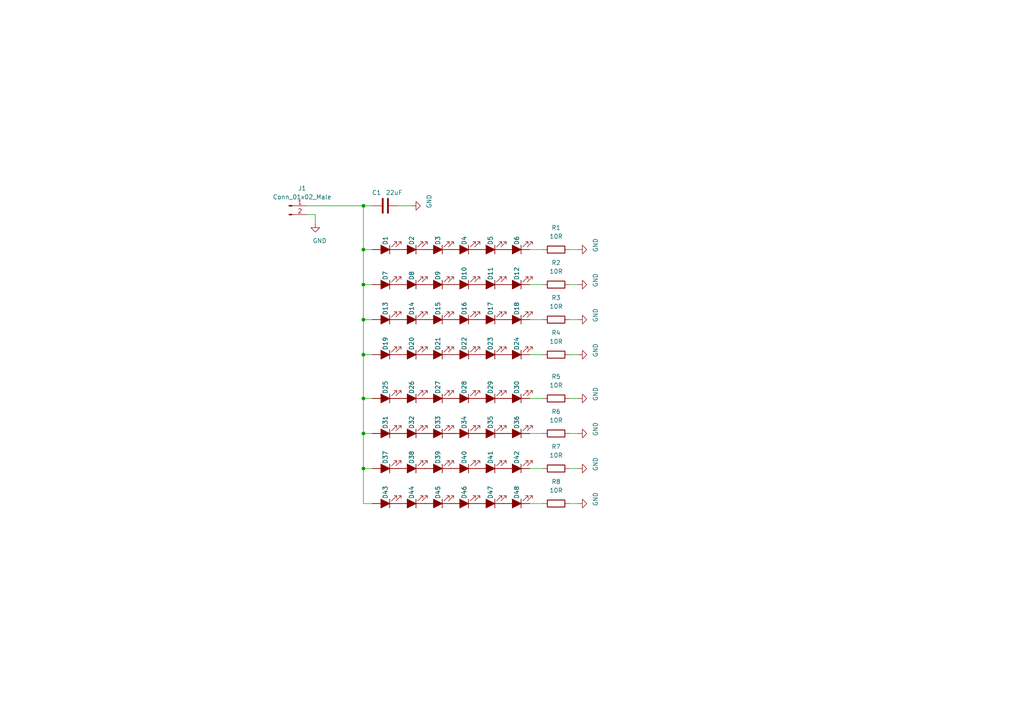
<source format=kicad_sch>
(kicad_sch (version 20201015) (generator eeschema)
  (paper "A4")
  (title_block (title "Led Panel") (date "2020-12-18") (rev "r1.0") (company "GsD - @gregdavill"))
  (lib_symbols
    (symbol "Connector:Conn_01x02_Male" (pin_names (offset 1.016) hide)
      (property "Reference" "J" (at 0 2.54 0))
      (property "Value" "Conn_01x02_Male" (at 0 -5.08 0))
      (symbol "Conn_01x02_Male_1_1"
        (pin passive line (at 5.08 0 180) (length 3.81) (name "Pin_1") (number "1"))
        (pin passive line (at 5.08 -2.54 180) (length 3.81) (name "Pin_2") (number "2"))
      )
    )
    (symbol "Device:C" (pin_numbers hide) (pin_names (offset 0.254))
      (property "Reference" "C" (at 0.635 2.54 0))
      (property "Value" "C" (at 0.635 -2.54 0))
      (symbol "C_1_1"
        (pin passive line (at 0 3.81 270) (length 2.794) (name "~") (number "1"))
        (pin passive line (at 0 -3.81 90) (length 2.794) (name "~") (number "2"))
      )
    )
    (symbol "Device:LED_ALT" (pin_numbers hide) (pin_names (offset 1.016) hide)
      (property "Reference" "D" (at 0 2.54 0))
      (property "Value" "LED_ALT" (at 0 -2.54 0))
      (symbol "LED_ALT_1_1"
        (pin passive line (at -3.81 0 0) (length 2.54) (name "K") (number "1"))
        (pin passive line (at 3.81 0 180) (length 2.54) (name "A") (number "2"))
      )
    )
    (symbol "Device:LED_ALT_1" (pin_numbers hide) (pin_names (offset 1.016) hide)
      (property "Reference" "D" (at 0 2.54 0))
      (property "Value" "LED_ALT" (at 0 -2.54 0))
      (symbol "LED_ALT_1_1_1"
        (pin passive line (at -3.81 0 0) (length 2.54) (name "K") (number "1"))
        (pin passive line (at 3.81 0 180) (length 2.54) (name "A") (number "2"))
      )
    )
    (symbol "Device:LED_ALT_10" (pin_numbers hide) (pin_names (offset 1.016) hide)
      (property "Reference" "D" (at 0 2.54 0))
      (property "Value" "LED_ALT" (at 0 -2.54 0))
      (symbol "LED_ALT_10_1_1"
        (pin passive line (at -3.81 0 0) (length 2.54) (name "K") (number "1"))
        (pin passive line (at 3.81 0 180) (length 2.54) (name "A") (number "2"))
      )
    )
    (symbol "Device:LED_ALT_11" (pin_numbers hide) (pin_names (offset 1.016) hide)
      (property "Reference" "D" (at 0 2.54 0))
      (property "Value" "LED_ALT" (at 0 -2.54 0))
      (symbol "LED_ALT_11_1_1"
        (pin passive line (at -3.81 0 0) (length 2.54) (name "K") (number "1"))
        (pin passive line (at 3.81 0 180) (length 2.54) (name "A") (number "2"))
      )
    )
    (symbol "Device:LED_ALT_12" (pin_numbers hide) (pin_names (offset 1.016) hide)
      (property "Reference" "D" (at 0 2.54 0))
      (property "Value" "LED_ALT" (at 0 -2.54 0))
      (symbol "LED_ALT_12_1_1"
        (pin passive line (at -3.81 0 0) (length 2.54) (name "K") (number "1"))
        (pin passive line (at 3.81 0 180) (length 2.54) (name "A") (number "2"))
      )
    )
    (symbol "Device:LED_ALT_13" (pin_numbers hide) (pin_names (offset 1.016) hide)
      (property "Reference" "D" (at 0 2.54 0))
      (property "Value" "LED_ALT" (at 0 -2.54 0))
      (symbol "LED_ALT_13_1_1"
        (pin passive line (at -3.81 0 0) (length 2.54) (name "K") (number "1"))
        (pin passive line (at 3.81 0 180) (length 2.54) (name "A") (number "2"))
      )
    )
    (symbol "Device:LED_ALT_14" (pin_numbers hide) (pin_names (offset 1.016) hide)
      (property "Reference" "D" (at 0 2.54 0))
      (property "Value" "LED_ALT" (at 0 -2.54 0))
      (symbol "LED_ALT_14_1_1"
        (pin passive line (at -3.81 0 0) (length 2.54) (name "K") (number "1"))
        (pin passive line (at 3.81 0 180) (length 2.54) (name "A") (number "2"))
      )
    )
    (symbol "Device:LED_ALT_15" (pin_numbers hide) (pin_names (offset 1.016) hide)
      (property "Reference" "D" (at 0 2.54 0))
      (property "Value" "LED_ALT" (at 0 -2.54 0))
      (symbol "LED_ALT_15_1_1"
        (pin passive line (at -3.81 0 0) (length 2.54) (name "K") (number "1"))
        (pin passive line (at 3.81 0 180) (length 2.54) (name "A") (number "2"))
      )
    )
    (symbol "Device:LED_ALT_16" (pin_numbers hide) (pin_names (offset 1.016) hide)
      (property "Reference" "D" (at 0 2.54 0))
      (property "Value" "LED_ALT" (at 0 -2.54 0))
      (symbol "LED_ALT_16_1_1"
        (pin passive line (at -3.81 0 0) (length 2.54) (name "K") (number "1"))
        (pin passive line (at 3.81 0 180) (length 2.54) (name "A") (number "2"))
      )
    )
    (symbol "Device:LED_ALT_17" (pin_numbers hide) (pin_names (offset 1.016) hide)
      (property "Reference" "D" (at 0 2.54 0))
      (property "Value" "LED_ALT" (at 0 -2.54 0))
      (symbol "LED_ALT_17_1_1"
        (pin passive line (at -3.81 0 0) (length 2.54) (name "K") (number "1"))
        (pin passive line (at 3.81 0 180) (length 2.54) (name "A") (number "2"))
      )
    )
    (symbol "Device:LED_ALT_18" (pin_numbers hide) (pin_names (offset 1.016) hide)
      (property "Reference" "D" (at 0 2.54 0))
      (property "Value" "LED_ALT" (at 0 -2.54 0))
      (symbol "LED_ALT_18_1_1"
        (pin passive line (at -3.81 0 0) (length 2.54) (name "K") (number "1"))
        (pin passive line (at 3.81 0 180) (length 2.54) (name "A") (number "2"))
      )
    )
    (symbol "Device:LED_ALT_19" (pin_numbers hide) (pin_names (offset 1.016) hide)
      (property "Reference" "D" (at 0 2.54 0))
      (property "Value" "LED_ALT" (at 0 -2.54 0))
      (symbol "LED_ALT_19_1_1"
        (pin passive line (at -3.81 0 0) (length 2.54) (name "K") (number "1"))
        (pin passive line (at 3.81 0 180) (length 2.54) (name "A") (number "2"))
      )
    )
    (symbol "Device:LED_ALT_2" (pin_numbers hide) (pin_names (offset 1.016) hide)
      (property "Reference" "D" (at 0 2.54 0))
      (property "Value" "LED_ALT" (at 0 -2.54 0))
      (symbol "LED_ALT_2_1_1"
        (pin passive line (at -3.81 0 0) (length 2.54) (name "K") (number "1"))
        (pin passive line (at 3.81 0 180) (length 2.54) (name "A") (number "2"))
      )
    )
    (symbol "Device:LED_ALT_20" (pin_numbers hide) (pin_names (offset 1.016) hide)
      (property "Reference" "D" (at 0 2.54 0))
      (property "Value" "LED_ALT" (at 0 -2.54 0))
      (symbol "LED_ALT_20_1_1"
        (pin passive line (at -3.81 0 0) (length 2.54) (name "K") (number "1"))
        (pin passive line (at 3.81 0 180) (length 2.54) (name "A") (number "2"))
      )
    )
    (symbol "Device:LED_ALT_21" (pin_numbers hide) (pin_names (offset 1.016) hide)
      (property "Reference" "D" (at 0 2.54 0))
      (property "Value" "LED_ALT" (at 0 -2.54 0))
      (symbol "LED_ALT_21_1_1"
        (pin passive line (at -3.81 0 0) (length 2.54) (name "K") (number "1"))
        (pin passive line (at 3.81 0 180) (length 2.54) (name "A") (number "2"))
      )
    )
    (symbol "Device:LED_ALT_22" (pin_numbers hide) (pin_names (offset 1.016) hide)
      (property "Reference" "D" (at 0 2.54 0))
      (property "Value" "LED_ALT" (at 0 -2.54 0))
      (symbol "LED_ALT_22_1_1"
        (pin passive line (at -3.81 0 0) (length 2.54) (name "K") (number "1"))
        (pin passive line (at 3.81 0 180) (length 2.54) (name "A") (number "2"))
      )
    )
    (symbol "Device:LED_ALT_23" (pin_numbers hide) (pin_names (offset 1.016) hide)
      (property "Reference" "D" (at 0 2.54 0))
      (property "Value" "LED_ALT" (at 0 -2.54 0))
      (symbol "LED_ALT_23_1_1"
        (pin passive line (at -3.81 0 0) (length 2.54) (name "K") (number "1"))
        (pin passive line (at 3.81 0 180) (length 2.54) (name "A") (number "2"))
      )
    )
    (symbol "Device:LED_ALT_24" (pin_numbers hide) (pin_names (offset 1.016) hide)
      (property "Reference" "D" (at 0 2.54 0))
      (property "Value" "LED_ALT" (at 0 -2.54 0))
      (symbol "LED_ALT_24_1_1"
        (pin passive line (at -3.81 0 0) (length 2.54) (name "K") (number "1"))
        (pin passive line (at 3.81 0 180) (length 2.54) (name "A") (number "2"))
      )
    )
    (symbol "Device:LED_ALT_25" (pin_numbers hide) (pin_names (offset 1.016) hide)
      (property "Reference" "D" (at 0 2.54 0))
      (property "Value" "LED_ALT" (at 0 -2.54 0))
      (symbol "LED_ALT_25_1_1"
        (pin passive line (at -3.81 0 0) (length 2.54) (name "K") (number "1"))
        (pin passive line (at 3.81 0 180) (length 2.54) (name "A") (number "2"))
      )
    )
    (symbol "Device:LED_ALT_26" (pin_numbers hide) (pin_names (offset 1.016) hide)
      (property "Reference" "D" (at 0 2.54 0))
      (property "Value" "LED_ALT" (at 0 -2.54 0))
      (symbol "LED_ALT_26_1_1"
        (pin passive line (at -3.81 0 0) (length 2.54) (name "K") (number "1"))
        (pin passive line (at 3.81 0 180) (length 2.54) (name "A") (number "2"))
      )
    )
    (symbol "Device:LED_ALT_27" (pin_numbers hide) (pin_names (offset 1.016) hide)
      (property "Reference" "D" (at 0 2.54 0))
      (property "Value" "LED_ALT" (at 0 -2.54 0))
      (symbol "LED_ALT_27_1_1"
        (pin passive line (at -3.81 0 0) (length 2.54) (name "K") (number "1"))
        (pin passive line (at 3.81 0 180) (length 2.54) (name "A") (number "2"))
      )
    )
    (symbol "Device:LED_ALT_28" (pin_numbers hide) (pin_names (offset 1.016) hide)
      (property "Reference" "D" (at 0 2.54 0))
      (property "Value" "LED_ALT" (at 0 -2.54 0))
      (symbol "LED_ALT_28_1_1"
        (pin passive line (at -3.81 0 0) (length 2.54) (name "K") (number "1"))
        (pin passive line (at 3.81 0 180) (length 2.54) (name "A") (number "2"))
      )
    )
    (symbol "Device:LED_ALT_29" (pin_numbers hide) (pin_names (offset 1.016) hide)
      (property "Reference" "D" (at 0 2.54 0))
      (property "Value" "LED_ALT" (at 0 -2.54 0))
      (symbol "LED_ALT_29_1_1"
        (pin passive line (at -3.81 0 0) (length 2.54) (name "K") (number "1"))
        (pin passive line (at 3.81 0 180) (length 2.54) (name "A") (number "2"))
      )
    )
    (symbol "Device:LED_ALT_3" (pin_numbers hide) (pin_names (offset 1.016) hide)
      (property "Reference" "D" (at 0 2.54 0))
      (property "Value" "LED_ALT" (at 0 -2.54 0))
      (symbol "LED_ALT_3_1_1"
        (pin passive line (at -3.81 0 0) (length 2.54) (name "K") (number "1"))
        (pin passive line (at 3.81 0 180) (length 2.54) (name "A") (number "2"))
      )
    )
    (symbol "Device:LED_ALT_30" (pin_numbers hide) (pin_names (offset 1.016) hide)
      (property "Reference" "D" (at 0 2.54 0))
      (property "Value" "LED_ALT" (at 0 -2.54 0))
      (symbol "LED_ALT_30_1_1"
        (pin passive line (at -3.81 0 0) (length 2.54) (name "K") (number "1"))
        (pin passive line (at 3.81 0 180) (length 2.54) (name "A") (number "2"))
      )
    )
    (symbol "Device:LED_ALT_31" (pin_numbers hide) (pin_names (offset 1.016) hide)
      (property "Reference" "D" (at 0 2.54 0))
      (property "Value" "LED_ALT" (at 0 -2.54 0))
      (symbol "LED_ALT_31_1_1"
        (pin passive line (at -3.81 0 0) (length 2.54) (name "K") (number "1"))
        (pin passive line (at 3.81 0 180) (length 2.54) (name "A") (number "2"))
      )
    )
    (symbol "Device:LED_ALT_32" (pin_numbers hide) (pin_names (offset 1.016) hide)
      (property "Reference" "D" (at 0 2.54 0))
      (property "Value" "LED_ALT" (at 0 -2.54 0))
      (symbol "LED_ALT_32_1_1"
        (pin passive line (at -3.81 0 0) (length 2.54) (name "K") (number "1"))
        (pin passive line (at 3.81 0 180) (length 2.54) (name "A") (number "2"))
      )
    )
    (symbol "Device:LED_ALT_33" (pin_numbers hide) (pin_names (offset 1.016) hide)
      (property "Reference" "D" (at 0 2.54 0))
      (property "Value" "LED_ALT" (at 0 -2.54 0))
      (symbol "LED_ALT_33_1_1"
        (pin passive line (at -3.81 0 0) (length 2.54) (name "K") (number "1"))
        (pin passive line (at 3.81 0 180) (length 2.54) (name "A") (number "2"))
      )
    )
    (symbol "Device:LED_ALT_34" (pin_numbers hide) (pin_names (offset 1.016) hide)
      (property "Reference" "D" (at 0 2.54 0))
      (property "Value" "LED_ALT" (at 0 -2.54 0))
      (symbol "LED_ALT_34_1_1"
        (pin passive line (at -3.81 0 0) (length 2.54) (name "K") (number "1"))
        (pin passive line (at 3.81 0 180) (length 2.54) (name "A") (number "2"))
      )
    )
    (symbol "Device:LED_ALT_35" (pin_numbers hide) (pin_names (offset 1.016) hide)
      (property "Reference" "D" (at 0 2.54 0))
      (property "Value" "LED_ALT" (at 0 -2.54 0))
      (symbol "LED_ALT_35_1_1"
        (pin passive line (at -3.81 0 0) (length 2.54) (name "K") (number "1"))
        (pin passive line (at 3.81 0 180) (length 2.54) (name "A") (number "2"))
      )
    )
    (symbol "Device:LED_ALT_36" (pin_numbers hide) (pin_names (offset 1.016) hide)
      (property "Reference" "D" (at 0 2.54 0))
      (property "Value" "LED_ALT" (at 0 -2.54 0))
      (symbol "LED_ALT_36_1_1"
        (pin passive line (at -3.81 0 0) (length 2.54) (name "K") (number "1"))
        (pin passive line (at 3.81 0 180) (length 2.54) (name "A") (number "2"))
      )
    )
    (symbol "Device:LED_ALT_37" (pin_numbers hide) (pin_names (offset 1.016) hide)
      (property "Reference" "D" (at 0 2.54 0))
      (property "Value" "LED_ALT" (at 0 -2.54 0))
      (symbol "LED_ALT_37_1_1"
        (pin passive line (at -3.81 0 0) (length 2.54) (name "K") (number "1"))
        (pin passive line (at 3.81 0 180) (length 2.54) (name "A") (number "2"))
      )
    )
    (symbol "Device:LED_ALT_38" (pin_numbers hide) (pin_names (offset 1.016) hide)
      (property "Reference" "D" (at 0 2.54 0))
      (property "Value" "LED_ALT" (at 0 -2.54 0))
      (symbol "LED_ALT_38_1_1"
        (pin passive line (at -3.81 0 0) (length 2.54) (name "K") (number "1"))
        (pin passive line (at 3.81 0 180) (length 2.54) (name "A") (number "2"))
      )
    )
    (symbol "Device:LED_ALT_39" (pin_numbers hide) (pin_names (offset 1.016) hide)
      (property "Reference" "D" (at 0 2.54 0))
      (property "Value" "LED_ALT" (at 0 -2.54 0))
      (symbol "LED_ALT_39_1_1"
        (pin passive line (at -3.81 0 0) (length 2.54) (name "K") (number "1"))
        (pin passive line (at 3.81 0 180) (length 2.54) (name "A") (number "2"))
      )
    )
    (symbol "Device:LED_ALT_4" (pin_numbers hide) (pin_names (offset 1.016) hide)
      (property "Reference" "D" (at 0 2.54 0))
      (property "Value" "LED_ALT" (at 0 -2.54 0))
      (symbol "LED_ALT_4_1_1"
        (pin passive line (at -3.81 0 0) (length 2.54) (name "K") (number "1"))
        (pin passive line (at 3.81 0 180) (length 2.54) (name "A") (number "2"))
      )
    )
    (symbol "Device:LED_ALT_40" (pin_numbers hide) (pin_names (offset 1.016) hide)
      (property "Reference" "D" (at 0 2.54 0))
      (property "Value" "LED_ALT" (at 0 -2.54 0))
      (symbol "LED_ALT_40_1_1"
        (pin passive line (at -3.81 0 0) (length 2.54) (name "K") (number "1"))
        (pin passive line (at 3.81 0 180) (length 2.54) (name "A") (number "2"))
      )
    )
    (symbol "Device:LED_ALT_41" (pin_numbers hide) (pin_names (offset 1.016) hide)
      (property "Reference" "D" (at 0 2.54 0))
      (property "Value" "LED_ALT" (at 0 -2.54 0))
      (symbol "LED_ALT_41_1_1"
        (pin passive line (at -3.81 0 0) (length 2.54) (name "K") (number "1"))
        (pin passive line (at 3.81 0 180) (length 2.54) (name "A") (number "2"))
      )
    )
    (symbol "Device:LED_ALT_42" (pin_numbers hide) (pin_names (offset 1.016) hide)
      (property "Reference" "D" (at 0 2.54 0))
      (property "Value" "LED_ALT" (at 0 -2.54 0))
      (symbol "LED_ALT_42_1_1"
        (pin passive line (at -3.81 0 0) (length 2.54) (name "K") (number "1"))
        (pin passive line (at 3.81 0 180) (length 2.54) (name "A") (number "2"))
      )
    )
    (symbol "Device:LED_ALT_43" (pin_numbers hide) (pin_names (offset 1.016) hide)
      (property "Reference" "D" (at 0 2.54 0))
      (property "Value" "LED_ALT" (at 0 -2.54 0))
      (symbol "LED_ALT_43_1_1"
        (pin passive line (at -3.81 0 0) (length 2.54) (name "K") (number "1"))
        (pin passive line (at 3.81 0 180) (length 2.54) (name "A") (number "2"))
      )
    )
    (symbol "Device:LED_ALT_44" (pin_numbers hide) (pin_names (offset 1.016) hide)
      (property "Reference" "D" (at 0 2.54 0))
      (property "Value" "LED_ALT" (at 0 -2.54 0))
      (symbol "LED_ALT_44_1_1"
        (pin passive line (at -3.81 0 0) (length 2.54) (name "K") (number "1"))
        (pin passive line (at 3.81 0 180) (length 2.54) (name "A") (number "2"))
      )
    )
    (symbol "Device:LED_ALT_45" (pin_numbers hide) (pin_names (offset 1.016) hide)
      (property "Reference" "D" (at 0 2.54 0))
      (property "Value" "LED_ALT" (at 0 -2.54 0))
      (symbol "LED_ALT_45_1_1"
        (pin passive line (at -3.81 0 0) (length 2.54) (name "K") (number "1"))
        (pin passive line (at 3.81 0 180) (length 2.54) (name "A") (number "2"))
      )
    )
    (symbol "Device:LED_ALT_46" (pin_numbers hide) (pin_names (offset 1.016) hide)
      (property "Reference" "D" (at 0 2.54 0))
      (property "Value" "LED_ALT" (at 0 -2.54 0))
      (symbol "LED_ALT_46_1_1"
        (pin passive line (at -3.81 0 0) (length 2.54) (name "K") (number "1"))
        (pin passive line (at 3.81 0 180) (length 2.54) (name "A") (number "2"))
      )
    )
    (symbol "Device:LED_ALT_47" (pin_numbers hide) (pin_names (offset 1.016) hide)
      (property "Reference" "D" (at 0 2.54 0))
      (property "Value" "LED_ALT" (at 0 -2.54 0))
      (symbol "LED_ALT_47_1_1"
        (pin passive line (at -3.81 0 0) (length 2.54) (name "K") (number "1"))
        (pin passive line (at 3.81 0 180) (length 2.54) (name "A") (number "2"))
      )
    )
    (symbol "Device:LED_ALT_5" (pin_numbers hide) (pin_names (offset 1.016) hide)
      (property "Reference" "D" (at 0 2.54 0))
      (property "Value" "LED_ALT" (at 0 -2.54 0))
      (symbol "LED_ALT_5_1_1"
        (pin passive line (at -3.81 0 0) (length 2.54) (name "K") (number "1"))
        (pin passive line (at 3.81 0 180) (length 2.54) (name "A") (number "2"))
      )
    )
    (symbol "Device:LED_ALT_6" (pin_numbers hide) (pin_names (offset 1.016) hide)
      (property "Reference" "D" (at 0 2.54 0))
      (property "Value" "LED_ALT" (at 0 -2.54 0))
      (symbol "LED_ALT_6_1_1"
        (pin passive line (at -3.81 0 0) (length 2.54) (name "K") (number "1"))
        (pin passive line (at 3.81 0 180) (length 2.54) (name "A") (number "2"))
      )
    )
    (symbol "Device:LED_ALT_7" (pin_numbers hide) (pin_names (offset 1.016) hide)
      (property "Reference" "D" (at 0 2.54 0))
      (property "Value" "LED_ALT" (at 0 -2.54 0))
      (symbol "LED_ALT_7_1_1"
        (pin passive line (at -3.81 0 0) (length 2.54) (name "K") (number "1"))
        (pin passive line (at 3.81 0 180) (length 2.54) (name "A") (number "2"))
      )
    )
    (symbol "Device:LED_ALT_8" (pin_numbers hide) (pin_names (offset 1.016) hide)
      (property "Reference" "D" (at 0 2.54 0))
      (property "Value" "LED_ALT" (at 0 -2.54 0))
      (symbol "LED_ALT_8_1_1"
        (pin passive line (at -3.81 0 0) (length 2.54) (name "K") (number "1"))
        (pin passive line (at 3.81 0 180) (length 2.54) (name "A") (number "2"))
      )
    )
    (symbol "Device:LED_ALT_9" (pin_numbers hide) (pin_names (offset 1.016) hide)
      (property "Reference" "D" (at 0 2.54 0))
      (property "Value" "LED_ALT" (at 0 -2.54 0))
      (symbol "LED_ALT_9_1_1"
        (pin passive line (at -3.81 0 0) (length 2.54) (name "K") (number "1"))
        (pin passive line (at 3.81 0 180) (length 2.54) (name "A") (number "2"))
      )
    )
    (symbol "Device:R" (pin_numbers hide) (pin_names (offset 0))
      (property "Reference" "R" (at 2.032 0 90))
      (property "Value" "R" (at 0 0 90))
      (symbol "R_1_1"
        (pin passive line (at 0 3.81 270) (length 1.27) (name "~") (number "1"))
        (pin passive line (at 0 -3.81 90) (length 1.27) (name "~") (number "2"))
      )
    )
    (symbol "Device:R_1" (pin_numbers hide) (pin_names (offset 0))
      (property "Reference" "R" (at 2.032 0 90))
      (property "Value" "R" (at 0 0 90))
      (symbol "R_1_1_1"
        (pin passive line (at 0 3.81 270) (length 1.27) (name "~") (number "1"))
        (pin passive line (at 0 -3.81 90) (length 1.27) (name "~") (number "2"))
      )
    )
    (symbol "Device:R_2" (pin_numbers hide) (pin_names (offset 0))
      (property "Reference" "R" (at 2.032 0 90))
      (property "Value" "R" (at 0 0 90))
      (symbol "R_2_1_1"
        (pin passive line (at 0 3.81 270) (length 1.27) (name "~") (number "1"))
        (pin passive line (at 0 -3.81 90) (length 1.27) (name "~") (number "2"))
      )
    )
    (symbol "Device:R_3" (pin_numbers hide) (pin_names (offset 0))
      (property "Reference" "R" (at 2.032 0 90))
      (property "Value" "R" (at 0 0 90))
      (symbol "R_3_1_1"
        (pin passive line (at 0 3.81 270) (length 1.27) (name "~") (number "1"))
        (pin passive line (at 0 -3.81 90) (length 1.27) (name "~") (number "2"))
      )
    )
    (symbol "Device:R_4" (pin_numbers hide) (pin_names (offset 0))
      (property "Reference" "R" (at 2.032 0 90))
      (property "Value" "R" (at 0 0 90))
      (symbol "R_4_1_1"
        (pin passive line (at 0 3.81 270) (length 1.27) (name "~") (number "1"))
        (pin passive line (at 0 -3.81 90) (length 1.27) (name "~") (number "2"))
      )
    )
    (symbol "Device:R_5" (pin_numbers hide) (pin_names (offset 0))
      (property "Reference" "R" (at 2.032 0 90))
      (property "Value" "R" (at 0 0 90))
      (symbol "R_5_1_1"
        (pin passive line (at 0 3.81 270) (length 1.27) (name "~") (number "1"))
        (pin passive line (at 0 -3.81 90) (length 1.27) (name "~") (number "2"))
      )
    )
    (symbol "Device:R_7" (pin_numbers hide) (pin_names (offset 0))
      (property "Reference" "R" (at 2.032 0 90))
      (property "Value" "R" (at 0 0 90))
      (symbol "R_7_1_1"
        (pin passive line (at 0 3.81 270) (length 1.27) (name "~") (number "1"))
        (pin passive line (at 0 -3.81 90) (length 1.27) (name "~") (number "2"))
      )
    )
    (symbol "Device:R_8" (pin_numbers hide) (pin_names (offset 0))
      (property "Reference" "R" (at 2.032 0 90))
      (property "Value" "R" (at 0 0 90))
      (symbol "R_8_1_1"
        (pin passive line (at 0 3.81 270) (length 1.27) (name "~") (number "1"))
        (pin passive line (at 0 -3.81 90) (length 1.27) (name "~") (number "2"))
      )
    )
    (symbol "power:GND" (power) (pin_names (offset 0))
      (property "Value" "GND" (at 0 -3.81 0))
      (symbol "GND_1_1"
        (pin power_in line (at 0 0 270) (length 0) hide (name "GND") (number "1"))
      )
    )
  )
  (bus_alias "GPDI" (members "CK_N" "CK_P" "D0_N" "D0_P" "D1_N" "D1_P" "D2_N" "D2_P"))
  (junction (at 105.41 59.69) (diameter 0.9144))
  (junction (at 105.41 72.39) (diameter 0.9144))
  (junction (at 105.41 82.55) (diameter 0.9144))
  (junction (at 105.41 92.71) (diameter 0.9144))
  (junction (at 105.41 102.87) (diameter 0.9144))
  (junction (at 105.41 115.57) (diameter 0.9144))
  (junction (at 105.41 125.73) (diameter 0.9144))
  (junction (at 105.41 135.89) (diameter 0.9144))
  (wire (pts (xy 88.9 59.69) (xy 105.41 59.69)))
  (wire (pts (xy 88.9 62.23) (xy 91.44 62.23)))
  (wire (pts (xy 91.44 62.23) (xy 91.44 64.77)))
  (wire (pts (xy 105.41 59.69) (xy 105.41 72.39)))
  (wire (pts (xy 105.41 72.39) (xy 105.41 82.55)))
  (wire (pts (xy 105.41 72.39) (xy 107.95 72.39)))
  (wire (pts (xy 105.41 82.55) (xy 105.41 92.71)))
  (wire (pts (xy 105.41 92.71) (xy 105.41 102.87)))
  (wire (pts (xy 105.41 92.71) (xy 107.95 92.71)))
  (wire (pts (xy 105.41 102.87) (xy 105.41 115.57)))
  (wire (pts (xy 105.41 115.57) (xy 105.41 125.73)))
  (wire (pts (xy 105.41 115.57) (xy 107.95 115.57)))
  (wire (pts (xy 105.41 125.73) (xy 105.41 135.89)))
  (wire (pts (xy 105.41 135.89) (xy 105.41 146.05)))
  (wire (pts (xy 105.41 135.89) (xy 107.95 135.89)))
  (wire (pts (xy 107.95 59.69) (xy 105.41 59.69)))
  (wire (pts (xy 107.95 82.55) (xy 105.41 82.55)))
  (wire (pts (xy 107.95 102.87) (xy 105.41 102.87)))
  (wire (pts (xy 107.95 125.73) (xy 105.41 125.73)))
  (wire (pts (xy 107.95 146.05) (xy 105.41 146.05)))
  (wire (pts (xy 115.57 59.69) (xy 119.38 59.69)))
  (wire (pts (xy 153.67 72.39) (xy 157.48 72.39)))
  (wire (pts (xy 153.67 82.55) (xy 157.48 82.55)))
  (wire (pts (xy 153.67 92.71) (xy 157.48 92.71)))
  (wire (pts (xy 153.67 102.87) (xy 157.48 102.87)))
  (wire (pts (xy 153.67 115.57) (xy 157.48 115.57)))
  (wire (pts (xy 153.67 125.73) (xy 157.48 125.73)))
  (wire (pts (xy 153.67 135.89) (xy 157.48 135.89)))
  (wire (pts (xy 153.67 146.05) (xy 157.48 146.05)))
  (wire (pts (xy 165.1 72.39) (xy 167.64 72.39)))
  (wire (pts (xy 165.1 82.55) (xy 167.64 82.55)))
  (wire (pts (xy 165.1 92.71) (xy 167.64 92.71)))
  (wire (pts (xy 165.1 102.87) (xy 167.64 102.87)))
  (wire (pts (xy 165.1 115.57) (xy 167.64 115.57)))
  (wire (pts (xy 165.1 125.73) (xy 167.64 125.73)))
  (wire (pts (xy 165.1 135.89) (xy 167.64 135.89)))
  (wire (pts (xy 165.1 146.05) (xy 167.64 146.05)))
  (symbol (lib_id "power:GND") (at 91.44 64.77 0) (unit 1)
    (property "Reference" "#PWR02" (effects hide))
    (property "Value" "GND" (at 92.71 69.85 0))
  )
  (symbol (lib_id "power:GND") (at 119.38 59.69 90) (unit 1)
    (property "Reference" "#PWR01" (effects hide))
    (property "Value" "GND" (at 124.46 58.42 0))
  )
  (symbol (lib_id "power:GND") (at 167.64 72.39 90) (unit 1)
    (property "Reference" "#PWR03" (effects hide))
    (property "Value" "GND" (at 172.72 71.12 0))
  )
  (symbol (lib_id "power:GND") (at 167.64 82.55 90) (unit 1)
    (property "Reference" "#PWR04" (effects hide))
    (property "Value" "GND" (at 172.72 81.28 0))
  )
  (symbol (lib_id "power:GND") (at 167.64 92.71 90) (unit 1)
    (property "Reference" "#PWR05" (effects hide))
    (property "Value" "GND" (at 172.72 91.44 0))
  )
  (symbol (lib_id "power:GND") (at 167.64 102.87 90) (unit 1)
    (property "Reference" "#PWR06" (effects hide))
    (property "Value" "GND" (at 172.72 101.6 0))
  )
  (symbol (lib_id "power:GND") (at 167.64 115.57 90) (unit 1)
    (property "Reference" "#PWR07" (effects hide))
    (property "Value" "GND" (at 172.72 114.3 0))
  )
  (symbol (lib_id "power:GND") (at 167.64 125.73 90) (unit 1)
    (property "Reference" "#PWR08" (effects hide))
    (property "Value" "GND" (at 172.72 124.46 0))
  )
  (symbol (lib_id "power:GND") (at 167.64 135.89 90) (unit 1)
    (property "Reference" "#PWR09" (effects hide))
    (property "Value" "GND" (at 172.72 134.62 0))
  )
  (symbol (lib_id "power:GND") (at 167.64 146.05 90) (unit 1)
    (property "Reference" "#PWR010" (effects hide))
    (property "Value" "GND" (at 172.72 144.78 0))
  )
  (symbol (lib_name "Device:R_2") (lib_id "Device:R") (at 161.29 72.39 270) (unit 1)
    (property "Reference" "R1" (at 161.29 66.04 90))
    (property "Value" "10R" (at 161.29 68.58 90))
    (property "Footprint" "Resistor_SMD:R_0603_1608Metric" (effects hide))
  )
  (symbol (lib_name "Device:R_4") (lib_id "Device:R") (at 161.29 82.55 270) (unit 1)
    (property "Reference" "R2" (at 161.29 76.2 90))
    (property "Value" "10R" (at 161.29 78.74 90))
    (property "Footprint" "Resistor_SMD:R_0603_1608Metric" (effects hide))
  )
  (symbol (lib_name "Device:R_8") (lib_id "Device:R") (at 161.29 92.71 270) (unit 1)
    (property "Reference" "R3" (at 161.29 86.36 90))
    (property "Value" "10R" (at 161.29 88.9 90))
    (property "Footprint" "Resistor_SMD:R_0603_1608Metric" (effects hide))
  )
  (symbol (lib_name "Device:R_7") (lib_id "Device:R") (at 161.29 102.87 270) (unit 1)
    (property "Reference" "R4" (at 161.29 96.52 90))
    (property "Value" "10R" (at 161.29 99.06 90))
    (property "Footprint" "Resistor_SMD:R_0603_1608Metric" (effects hide))
  )
  (symbol (lib_name "Device:R_3") (lib_id "Device:R") (at 161.29 115.57 270) (unit 1)
    (property "Reference" "R5" (at 161.29 109.22 90))
    (property "Value" "10R" (at 161.29 111.76 90))
    (property "Footprint" "Resistor_SMD:R_0603_1608Metric" (effects hide))
  )
  (symbol (lib_name "Device:R_5") (lib_id "Device:R") (at 161.29 125.73 270) (unit 1)
    (property "Reference" "R6" (at 161.29 119.38 90))
    (property "Value" "10R" (at 161.29 121.92 90))
    (property "Footprint" "Resistor_SMD:R_0603_1608Metric" (effects hide))
  )
  (symbol (lib_id "Device:R") (at 161.29 135.89 270) (unit 1)
    (property "Reference" "R7" (at 161.29 129.54 90))
    (property "Value" "10R" (at 161.29 132.08 90))
    (property "Footprint" "Resistor_SMD:R_0603_1608Metric" (effects hide))
  )
  (symbol (lib_name "Device:R_1") (lib_id "Device:R") (at 161.29 146.05 270) (unit 1)
    (property "Reference" "R8" (at 161.29 139.7 90))
    (property "Value" "10R" (at 161.29 142.24 90))
    (property "Footprint" "Resistor_SMD:R_0603_1608Metric" (effects hide))
  )
  (symbol (lib_id "Connector:Conn_01x02_Male") (at 83.82 59.69 0) (unit 1)
    (property "Reference" "J1" (at 87.63 54.61 0))
    (property "Value" "Conn_01x02_Male" (at 87.63 57.15 0))
    (property "Footprint" "Connector_PinHeader_2.54mm:PinHeader_1x02_P2.54mm_Horizontal" (effects hide))
  )
  (symbol (lib_name "Device:LED_ALT_1") (lib_id "Device:LED_ALT") (at 111.76 72.39 180) (unit 1)
    (property "Reference" "D1" (at 111.76 71.12 90) (effects (justify right)))
    (property "Value" "LED_ALT" (effects hide))
    (property "Footprint" "gsd-footprints:LED_LUXEON_3014" (effects hide))
    (property "Datasheet" "https://datasheet.lcsc.com/szlcsc/1912111437_Lumileds-L130-3080HE1400001_C358161.pdf" (effects hide))
  )
  (symbol (lib_name "Device:LED_ALT_12") (lib_id "Device:LED_ALT") (at 111.76 82.55 180) (unit 1)
    (property "Reference" "D7" (at 111.76 81.28 90) (effects (justify right)))
    (property "Value" "LED_ALT" (effects hide))
    (property "Footprint" "gsd-footprints:LED_LUXEON_3014" (effects hide))
    (property "Datasheet" "https://datasheet.lcsc.com/szlcsc/1912111437_Lumileds-L130-3080HE1400001_C358161.pdf" (effects hide))
  )
  (symbol (lib_name "Device:LED_ALT_24") (lib_id "Device:LED_ALT") (at 111.76 92.71 180) (unit 1)
    (property "Reference" "D13" (at 111.76 91.44 90) (effects (justify right)))
    (property "Value" "LED_ALT" (effects hide))
    (property "Footprint" "gsd-footprints:LED_LUXEON_3014" (effects hide))
    (property "Datasheet" "https://datasheet.lcsc.com/szlcsc/1912111437_Lumileds-L130-3080HE1400001_C358161.pdf" (effects hide))
  )
  (symbol (lib_name "Device:LED_ALT_17") (lib_id "Device:LED_ALT") (at 111.76 102.87 180) (unit 1)
    (property "Reference" "D19" (at 111.76 101.6 90) (effects (justify right)))
    (property "Value" "LED_ALT" (effects hide))
    (property "Footprint" "gsd-footprints:LED_LUXEON_3014" (effects hide))
    (property "Datasheet" "https://datasheet.lcsc.com/szlcsc/1912111437_Lumileds-L130-3080HE1400001_C358161.pdf" (effects hide))
  )
  (symbol (lib_name "Device:LED_ALT_26") (lib_id "Device:LED_ALT") (at 111.76 115.57 180) (unit 1)
    (property "Reference" "D25" (at 111.76 114.3 90) (effects (justify right)))
    (property "Value" "LED_ALT" (effects hide))
    (property "Footprint" "gsd-footprints:LED_LUXEON_3014" (effects hide))
    (property "Datasheet" "https://datasheet.lcsc.com/szlcsc/1912111437_Lumileds-L130-3080HE1400001_C358161.pdf" (effects hide))
  )
  (symbol (lib_name "Device:LED_ALT_27") (lib_id "Device:LED_ALT") (at 111.76 125.73 180) (unit 1)
    (property "Reference" "D31" (at 111.76 124.46 90) (effects (justify right)))
    (property "Value" "LED_ALT" (effects hide))
    (property "Footprint" "gsd-footprints:LED_LUXEON_3014" (effects hide))
    (property "Datasheet" "https://datasheet.lcsc.com/szlcsc/1912111437_Lumileds-L130-3080HE1400001_C358161.pdf" (effects hide))
  )
  (symbol (lib_id "Device:LED_ALT") (at 111.76 135.89 180) (unit 1)
    (property "Reference" "D37" (at 111.76 134.62 90) (effects (justify right)))
    (property "Value" "LED_ALT" (effects hide))
    (property "Footprint" "gsd-footprints:LED_LUXEON_3014" (effects hide))
    (property "Datasheet" "https://datasheet.lcsc.com/szlcsc/1912111437_Lumileds-L130-3080HE1400001_C358161.pdf" (effects hide))
  )
  (symbol (lib_name "Device:LED_ALT_25") (lib_id "Device:LED_ALT") (at 111.76 146.05 180) (unit 1)
    (property "Reference" "D43" (at 111.76 144.78 90) (effects (justify right)))
    (property "Value" "LED_ALT" (effects hide))
    (property "Footprint" "gsd-footprints:LED_LUXEON_3014" (effects hide))
    (property "Datasheet" "https://datasheet.lcsc.com/szlcsc/1912111437_Lumileds-L130-3080HE1400001_C358161.pdf" (effects hide))
  )
  (symbol (lib_name "Device:LED_ALT_2") (lib_id "Device:LED_ALT") (at 119.38 72.39 180) (unit 1)
    (property "Reference" "D2" (at 119.38 71.12 90) (effects (justify right)))
    (property "Value" "LED_ALT" (effects hide))
    (property "Footprint" "gsd-footprints:LED_LUXEON_3014" (effects hide))
    (property "Datasheet" "https://datasheet.lcsc.com/szlcsc/1912111437_Lumileds-L130-3080HE1400001_C358161.pdf" (effects hide))
  )
  (symbol (lib_name "Device:LED_ALT_7") (lib_id "Device:LED_ALT") (at 119.38 82.55 180) (unit 1)
    (property "Reference" "D8" (at 119.38 81.28 90) (effects (justify right)))
    (property "Value" "LED_ALT" (effects hide))
    (property "Footprint" "gsd-footprints:LED_LUXEON_3014" (effects hide))
    (property "Datasheet" "https://datasheet.lcsc.com/szlcsc/1912111437_Lumileds-L130-3080HE1400001_C358161.pdf" (effects hide))
  )
  (symbol (lib_name "Device:LED_ALT_13") (lib_id "Device:LED_ALT") (at 119.38 92.71 180) (unit 1)
    (property "Reference" "D14" (at 119.38 91.44 90) (effects (justify right)))
    (property "Value" "LED_ALT" (effects hide))
    (property "Footprint" "gsd-footprints:LED_LUXEON_3014" (effects hide))
    (property "Datasheet" "https://datasheet.lcsc.com/szlcsc/1912111437_Lumileds-L130-3080HE1400001_C358161.pdf" (effects hide))
  )
  (symbol (lib_name "Device:LED_ALT_14") (lib_id "Device:LED_ALT") (at 119.38 102.87 180) (unit 1)
    (property "Reference" "D20" (at 119.38 101.6 90) (effects (justify right)))
    (property "Value" "LED_ALT" (effects hide))
    (property "Footprint" "gsd-footprints:LED_LUXEON_3014" (effects hide))
    (property "Datasheet" "https://datasheet.lcsc.com/szlcsc/1912111437_Lumileds-L130-3080HE1400001_C358161.pdf" (effects hide))
  )
  (symbol (lib_name "Device:LED_ALT_30") (lib_id "Device:LED_ALT") (at 119.38 115.57 180) (unit 1)
    (property "Reference" "D26" (at 119.38 114.3 90) (effects (justify right)))
    (property "Value" "LED_ALT" (effects hide))
    (property "Footprint" "gsd-footprints:LED_LUXEON_3014" (effects hide))
    (property "Datasheet" "https://datasheet.lcsc.com/szlcsc/1912111437_Lumileds-L130-3080HE1400001_C358161.pdf" (effects hide))
  )
  (symbol (lib_name "Device:LED_ALT_31") (lib_id "Device:LED_ALT") (at 119.38 125.73 180) (unit 1)
    (property "Reference" "D32" (at 119.38 124.46 90) (effects (justify right)))
    (property "Value" "LED_ALT" (effects hide))
    (property "Footprint" "gsd-footprints:LED_LUXEON_3014" (effects hide))
    (property "Datasheet" "https://datasheet.lcsc.com/szlcsc/1912111437_Lumileds-L130-3080HE1400001_C358161.pdf" (effects hide))
  )
  (symbol (lib_name "Device:LED_ALT_28") (lib_id "Device:LED_ALT") (at 119.38 135.89 180) (unit 1)
    (property "Reference" "D38" (at 119.38 134.62 90) (effects (justify right)))
    (property "Value" "LED_ALT" (effects hide))
    (property "Footprint" "gsd-footprints:LED_LUXEON_3014" (effects hide))
    (property "Datasheet" "https://datasheet.lcsc.com/szlcsc/1912111437_Lumileds-L130-3080HE1400001_C358161.pdf" (effects hide))
  )
  (symbol (lib_name "Device:LED_ALT_29") (lib_id "Device:LED_ALT") (at 119.38 146.05 180) (unit 1)
    (property "Reference" "D44" (at 119.38 144.78 90) (effects (justify right)))
    (property "Value" "LED_ALT" (effects hide))
    (property "Footprint" "gsd-footprints:LED_LUXEON_3014" (effects hide))
    (property "Datasheet" "https://datasheet.lcsc.com/szlcsc/1912111437_Lumileds-L130-3080HE1400001_C358161.pdf" (effects hide))
  )
  (symbol (lib_name "Device:LED_ALT_4") (lib_id "Device:LED_ALT") (at 127 72.39 180) (unit 1)
    (property "Reference" "D3" (at 127 71.12 90) (effects (justify right)))
    (property "Value" "LED_ALT" (effects hide))
    (property "Footprint" "gsd-footprints:LED_LUXEON_3014" (effects hide))
    (property "Datasheet" "https://datasheet.lcsc.com/szlcsc/1912111437_Lumileds-L130-3080HE1400001_C358161.pdf" (effects hide))
  )
  (symbol (lib_name "Device:LED_ALT_10") (lib_id "Device:LED_ALT") (at 127 82.55 180) (unit 1)
    (property "Reference" "D9" (at 127 81.28 90) (effects (justify right)))
    (property "Value" "LED_ALT" (effects hide))
    (property "Footprint" "gsd-footprints:LED_LUXEON_3014" (effects hide))
    (property "Datasheet" "https://datasheet.lcsc.com/szlcsc/1912111437_Lumileds-L130-3080HE1400001_C358161.pdf" (effects hide))
  )
  (symbol (lib_name "Device:LED_ALT_20") (lib_id "Device:LED_ALT") (at 127 92.71 180) (unit 1)
    (property "Reference" "D15" (at 127 91.44 90) (effects (justify right)))
    (property "Value" "LED_ALT" (effects hide))
    (property "Footprint" "gsd-footprints:LED_LUXEON_3014" (effects hide))
    (property "Datasheet" "https://datasheet.lcsc.com/szlcsc/1912111437_Lumileds-L130-3080HE1400001_C358161.pdf" (effects hide))
  )
  (symbol (lib_name "Device:LED_ALT_23") (lib_id "Device:LED_ALT") (at 127 102.87 180) (unit 1)
    (property "Reference" "D21" (at 127 101.6 90) (effects (justify right)))
    (property "Value" "LED_ALT" (effects hide))
    (property "Footprint" "gsd-footprints:LED_LUXEON_3014" (effects hide))
    (property "Datasheet" "https://datasheet.lcsc.com/szlcsc/1912111437_Lumileds-L130-3080HE1400001_C358161.pdf" (effects hide))
  )
  (symbol (lib_name "Device:LED_ALT_34") (lib_id "Device:LED_ALT") (at 127 115.57 180) (unit 1)
    (property "Reference" "D27" (at 127 114.3 90) (effects (justify right)))
    (property "Value" "LED_ALT" (effects hide))
    (property "Footprint" "gsd-footprints:LED_LUXEON_3014" (effects hide))
    (property "Datasheet" "https://datasheet.lcsc.com/szlcsc/1912111437_Lumileds-L130-3080HE1400001_C358161.pdf" (effects hide))
  )
  (symbol (lib_name "Device:LED_ALT_35") (lib_id "Device:LED_ALT") (at 127 125.73 180) (unit 1)
    (property "Reference" "D33" (at 127 124.46 90) (effects (justify right)))
    (property "Value" "LED_ALT" (effects hide))
    (property "Footprint" "gsd-footprints:LED_LUXEON_3014" (effects hide))
    (property "Datasheet" "https://datasheet.lcsc.com/szlcsc/1912111437_Lumileds-L130-3080HE1400001_C358161.pdf" (effects hide))
  )
  (symbol (lib_name "Device:LED_ALT_32") (lib_id "Device:LED_ALT") (at 127 135.89 180) (unit 1)
    (property "Reference" "D39" (at 127 134.62 90) (effects (justify right)))
    (property "Value" "LED_ALT" (effects hide))
    (property "Footprint" "gsd-footprints:LED_LUXEON_3014" (effects hide))
    (property "Datasheet" "https://datasheet.lcsc.com/szlcsc/1912111437_Lumileds-L130-3080HE1400001_C358161.pdf" (effects hide))
  )
  (symbol (lib_name "Device:LED_ALT_33") (lib_id "Device:LED_ALT") (at 127 146.05 180) (unit 1)
    (property "Reference" "D45" (at 127 144.78 90) (effects (justify right)))
    (property "Value" "LED_ALT" (effects hide))
    (property "Footprint" "gsd-footprints:LED_LUXEON_3014" (effects hide))
    (property "Datasheet" "https://datasheet.lcsc.com/szlcsc/1912111437_Lumileds-L130-3080HE1400001_C358161.pdf" (effects hide))
  )
  (symbol (lib_name "Device:LED_ALT_3") (lib_id "Device:LED_ALT") (at 134.62 72.39 180) (unit 1)
    (property "Reference" "D4" (at 134.62 71.12 90) (effects (justify right)))
    (property "Value" "LED_ALT" (effects hide))
    (property "Footprint" "gsd-footprints:LED_LUXEON_3014" (effects hide))
    (property "Datasheet" "https://datasheet.lcsc.com/szlcsc/1912111437_Lumileds-L130-3080HE1400001_C358161.pdf" (effects hide))
  )
  (symbol (lib_name "Device:LED_ALT_11") (lib_id "Device:LED_ALT") (at 134.62 82.55 180) (unit 1)
    (property "Reference" "D10" (at 134.62 81.28 90) (effects (justify right)))
    (property "Value" "LED_ALT" (effects hide))
    (property "Footprint" "gsd-footprints:LED_LUXEON_3014" (effects hide))
    (property "Datasheet" "https://datasheet.lcsc.com/szlcsc/1912111437_Lumileds-L130-3080HE1400001_C358161.pdf" (effects hide))
  )
  (symbol (lib_name "Device:LED_ALT_22") (lib_id "Device:LED_ALT") (at 134.62 92.71 180) (unit 1)
    (property "Reference" "D16" (at 134.62 91.44 90) (effects (justify right)))
    (property "Value" "LED_ALT" (effects hide))
    (property "Footprint" "gsd-footprints:LED_LUXEON_3014" (effects hide))
    (property "Datasheet" "https://datasheet.lcsc.com/szlcsc/1912111437_Lumileds-L130-3080HE1400001_C358161.pdf" (effects hide))
  )
  (symbol (lib_name "Device:LED_ALT_18") (lib_id "Device:LED_ALT") (at 134.62 102.87 180) (unit 1)
    (property "Reference" "D22" (at 134.62 101.6 90) (effects (justify right)))
    (property "Value" "LED_ALT" (effects hide))
    (property "Footprint" "gsd-footprints:LED_LUXEON_3014" (effects hide))
    (property "Datasheet" "https://datasheet.lcsc.com/szlcsc/1912111437_Lumileds-L130-3080HE1400001_C358161.pdf" (effects hide))
  )
  (symbol (lib_name "Device:LED_ALT_38") (lib_id "Device:LED_ALT") (at 134.62 115.57 180) (unit 1)
    (property "Reference" "D28" (at 134.62 114.3 90) (effects (justify right)))
    (property "Value" "LED_ALT" (effects hide))
    (property "Footprint" "gsd-footprints:LED_LUXEON_3014" (effects hide))
    (property "Datasheet" "https://datasheet.lcsc.com/szlcsc/1912111437_Lumileds-L130-3080HE1400001_C358161.pdf" (effects hide))
  )
  (symbol (lib_name "Device:LED_ALT_39") (lib_id "Device:LED_ALT") (at 134.62 125.73 180) (unit 1)
    (property "Reference" "D34" (at 134.62 124.46 90) (effects (justify right)))
    (property "Value" "LED_ALT" (effects hide))
    (property "Footprint" "gsd-footprints:LED_LUXEON_3014" (effects hide))
    (property "Datasheet" "https://datasheet.lcsc.com/szlcsc/1912111437_Lumileds-L130-3080HE1400001_C358161.pdf" (effects hide))
  )
  (symbol (lib_name "Device:LED_ALT_36") (lib_id "Device:LED_ALT") (at 134.62 135.89 180) (unit 1)
    (property "Reference" "D40" (at 134.62 134.62 90) (effects (justify right)))
    (property "Value" "LED_ALT" (effects hide))
    (property "Footprint" "gsd-footprints:LED_LUXEON_3014" (effects hide))
    (property "Datasheet" "https://datasheet.lcsc.com/szlcsc/1912111437_Lumileds-L130-3080HE1400001_C358161.pdf" (effects hide))
  )
  (symbol (lib_name "Device:LED_ALT_37") (lib_id "Device:LED_ALT") (at 134.62 146.05 180) (unit 1)
    (property "Reference" "D46" (at 134.62 144.78 90) (effects (justify right)))
    (property "Value" "LED_ALT" (effects hide))
    (property "Footprint" "gsd-footprints:LED_LUXEON_3014" (effects hide))
    (property "Datasheet" "https://datasheet.lcsc.com/szlcsc/1912111437_Lumileds-L130-3080HE1400001_C358161.pdf" (effects hide))
  )
  (symbol (lib_name "Device:LED_ALT_5") (lib_id "Device:LED_ALT") (at 142.24 72.39 180) (unit 1)
    (property "Reference" "D5" (at 142.24 71.12 90) (effects (justify right)))
    (property "Value" "LED_ALT" (effects hide))
    (property "Footprint" "gsd-footprints:LED_LUXEON_3014" (effects hide))
    (property "Datasheet" "https://datasheet.lcsc.com/szlcsc/1912111437_Lumileds-L130-3080HE1400001_C358161.pdf" (effects hide))
  )
  (symbol (lib_name "Device:LED_ALT_9") (lib_id "Device:LED_ALT") (at 142.24 82.55 180) (unit 1)
    (property "Reference" "D11" (at 142.24 81.28 90) (effects (justify right)))
    (property "Value" "LED_ALT" (effects hide))
    (property "Footprint" "gsd-footprints:LED_LUXEON_3014" (effects hide))
    (property "Datasheet" "https://datasheet.lcsc.com/szlcsc/1912111437_Lumileds-L130-3080HE1400001_C358161.pdf" (effects hide))
  )
  (symbol (lib_name "Device:LED_ALT_19") (lib_id "Device:LED_ALT") (at 142.24 92.71 180) (unit 1)
    (property "Reference" "D17" (at 142.24 91.44 90) (effects (justify right)))
    (property "Value" "LED_ALT" (effects hide))
    (property "Footprint" "gsd-footprints:LED_LUXEON_3014" (effects hide))
    (property "Datasheet" "https://datasheet.lcsc.com/szlcsc/1912111437_Lumileds-L130-3080HE1400001_C358161.pdf" (effects hide))
  )
  (symbol (lib_name "Device:LED_ALT_21") (lib_id "Device:LED_ALT") (at 142.24 102.87 180) (unit 1)
    (property "Reference" "D23" (at 142.24 101.6 90) (effects (justify right)))
    (property "Value" "LED_ALT" (effects hide))
    (property "Footprint" "gsd-footprints:LED_LUXEON_3014" (effects hide))
    (property "Datasheet" "https://datasheet.lcsc.com/szlcsc/1912111437_Lumileds-L130-3080HE1400001_C358161.pdf" (effects hide))
  )
  (symbol (lib_name "Device:LED_ALT_42") (lib_id "Device:LED_ALT") (at 142.24 115.57 180) (unit 1)
    (property "Reference" "D29" (at 142.24 114.3 90) (effects (justify right)))
    (property "Value" "LED_ALT" (effects hide))
    (property "Footprint" "gsd-footprints:LED_LUXEON_3014" (effects hide))
    (property "Datasheet" "https://datasheet.lcsc.com/szlcsc/1912111437_Lumileds-L130-3080HE1400001_C358161.pdf" (effects hide))
  )
  (symbol (lib_name "Device:LED_ALT_43") (lib_id "Device:LED_ALT") (at 142.24 125.73 180) (unit 1)
    (property "Reference" "D35" (at 142.24 124.46 90) (effects (justify right)))
    (property "Value" "LED_ALT" (effects hide))
    (property "Footprint" "gsd-footprints:LED_LUXEON_3014" (effects hide))
    (property "Datasheet" "https://datasheet.lcsc.com/szlcsc/1912111437_Lumileds-L130-3080HE1400001_C358161.pdf" (effects hide))
  )
  (symbol (lib_name "Device:LED_ALT_40") (lib_id "Device:LED_ALT") (at 142.24 135.89 180) (unit 1)
    (property "Reference" "D41" (at 142.24 134.62 90) (effects (justify right)))
    (property "Value" "LED_ALT" (effects hide))
    (property "Footprint" "gsd-footprints:LED_LUXEON_3014" (effects hide))
    (property "Datasheet" "https://datasheet.lcsc.com/szlcsc/1912111437_Lumileds-L130-3080HE1400001_C358161.pdf" (effects hide))
  )
  (symbol (lib_name "Device:LED_ALT_41") (lib_id "Device:LED_ALT") (at 142.24 146.05 180) (unit 1)
    (property "Reference" "D47" (at 142.24 144.78 90) (effects (justify right)))
    (property "Value" "LED_ALT" (effects hide))
    (property "Footprint" "gsd-footprints:LED_LUXEON_3014" (effects hide))
    (property "Datasheet" "https://datasheet.lcsc.com/szlcsc/1912111437_Lumileds-L130-3080HE1400001_C358161.pdf" (effects hide))
  )
  (symbol (lib_name "Device:LED_ALT_6") (lib_id "Device:LED_ALT") (at 149.86 72.39 180) (unit 1)
    (property "Reference" "D6" (at 149.86 71.12 90) (effects (justify right)))
    (property "Value" "LED_ALT" (effects hide))
    (property "Footprint" "gsd-footprints:LED_LUXEON_3014" (effects hide))
    (property "Datasheet" "https://datasheet.lcsc.com/szlcsc/1912111437_Lumileds-L130-3080HE1400001_C358161.pdf" (effects hide))
  )
  (symbol (lib_name "Device:LED_ALT_8") (lib_id "Device:LED_ALT") (at 149.86 82.55 180) (unit 1)
    (property "Reference" "D12" (at 149.86 81.28 90) (effects (justify right)))
    (property "Value" "LED_ALT" (effects hide))
    (property "Footprint" "gsd-footprints:LED_LUXEON_3014" (effects hide))
    (property "Datasheet" "https://datasheet.lcsc.com/szlcsc/1912111437_Lumileds-L130-3080HE1400001_C358161.pdf" (effects hide))
  )
  (symbol (lib_name "Device:LED_ALT_16") (lib_id "Device:LED_ALT") (at 149.86 92.71 180) (unit 1)
    (property "Reference" "D18" (at 149.86 91.44 90) (effects (justify right)))
    (property "Value" "LED_ALT" (effects hide))
    (property "Footprint" "gsd-footprints:LED_LUXEON_3014" (effects hide))
    (property "Datasheet" "https://datasheet.lcsc.com/szlcsc/1912111437_Lumileds-L130-3080HE1400001_C358161.pdf" (effects hide))
  )
  (symbol (lib_name "Device:LED_ALT_15") (lib_id "Device:LED_ALT") (at 149.86 102.87 180) (unit 1)
    (property "Reference" "D24" (at 149.86 101.6 90) (effects (justify right)))
    (property "Value" "LED_ALT" (effects hide))
    (property "Footprint" "gsd-footprints:LED_LUXEON_3014" (effects hide))
    (property "Datasheet" "https://datasheet.lcsc.com/szlcsc/1912111437_Lumileds-L130-3080HE1400001_C358161.pdf" (effects hide))
  )
  (symbol (lib_name "Device:LED_ALT_46") (lib_id "Device:LED_ALT") (at 149.86 115.57 180) (unit 1)
    (property "Reference" "D30" (at 149.86 114.3 90) (effects (justify right)))
    (property "Value" "LED_ALT" (effects hide))
    (property "Footprint" "gsd-footprints:LED_LUXEON_3014" (effects hide))
    (property "Datasheet" "https://datasheet.lcsc.com/szlcsc/1912111437_Lumileds-L130-3080HE1400001_C358161.pdf" (effects hide))
  )
  (symbol (lib_name "Device:LED_ALT_47") (lib_id "Device:LED_ALT") (at 149.86 125.73 180) (unit 1)
    (property "Reference" "D36" (at 149.86 124.46 90) (effects (justify right)))
    (property "Value" "LED_ALT" (effects hide))
    (property "Footprint" "gsd-footprints:LED_LUXEON_3014" (effects hide))
    (property "Datasheet" "https://datasheet.lcsc.com/szlcsc/1912111437_Lumileds-L130-3080HE1400001_C358161.pdf" (effects hide))
  )
  (symbol (lib_name "Device:LED_ALT_44") (lib_id "Device:LED_ALT") (at 149.86 135.89 180) (unit 1)
    (property "Reference" "D42" (at 149.86 134.62 90) (effects (justify right)))
    (property "Value" "LED_ALT" (effects hide))
    (property "Footprint" "gsd-footprints:LED_LUXEON_3014" (effects hide))
    (property "Datasheet" "https://datasheet.lcsc.com/szlcsc/1912111437_Lumileds-L130-3080HE1400001_C358161.pdf" (effects hide))
  )
  (symbol (lib_name "Device:LED_ALT_45") (lib_id "Device:LED_ALT") (at 149.86 146.05 180) (unit 1)
    (property "Reference" "D48" (at 149.86 144.78 90) (effects (justify right)))
    (property "Value" "LED_ALT" (effects hide))
    (property "Footprint" "gsd-footprints:LED_LUXEON_3014" (effects hide))
    (property "Datasheet" "https://datasheet.lcsc.com/szlcsc/1912111437_Lumileds-L130-3080HE1400001_C358161.pdf" (effects hide))
  )
  (symbol (lib_id "Device:C") (at 111.76 59.69 90) (unit 1)
    (property "Reference" "C1" (at 109.22 55.88 90))
    (property "Value" "22uF" (at 114.3 55.88 90))
    (property "Footprint" "Capacitor_SMD:C_1210_3225Metric" (effects hide))
  )
)
</source>
